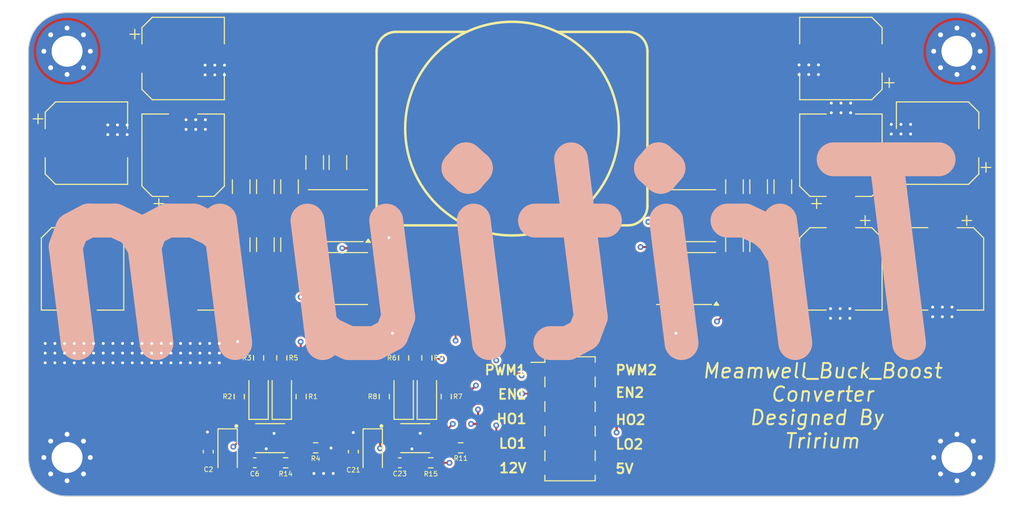
<source format=kicad_pcb>
(kicad_pcb (version 20240108) (generator "pcbnew") (generator_version "8.0")
  (layers (0 "F.Cu" power) (1 "In1.Cu" signal) (2 "In2.Cu" signal) (31 "B.Cu" power) (34 "B.Paste" user) (35 "F.Paste" user) (36 "B.SilkS" user "B.Silkscreen") (37 "F.SilkS" user "F.Silkscreen") (38 "B.Mask" user) (39 "F.Mask" user) (44 "Edge.Cuts" user))
  (net 0 "")
  (net 1 "GND")
  (net 2 "+12V")
  (net 3 "/HS1")
  (net 4 "Net-(D1-K)")
  (net 5 "/HS2")
  (net 6 "Net-(D6-K)")
  (net 7 "/LO1")
  (net 8 "Net-(D2-A)")
  (net 9 "Net-(D3-A)")
  (net 10 "/HO1")
  (net 11 "/EN1")
  (net 12 "Net-(D7-A)")
  (net 13 "/LO2")
  (net 14 "Net-(D8-A)")
  (net 15 "/HO2")
  (net 16 "/EN2")
  (net 17 "+5V")
  (net 18 "Net-(U1-RDT)")
  (net 20 "Net-(U2-RDT)")
  (net 23 "/PWM2")
  (net 24 "/PWM1")
  (net 25 "Net-(C6-Pad2)")
  (net 26 "Net-(C23-Pad2)")
  (net 27 "/V_in")
  (net 28 "/V_out")
  (net 29 "Net-(C13-Pad1)")
  (footprint "BuckBoost:D_SOD-123" (layer "F.Cu") (at 106.35 118.675 -90)
    (property "Reference" "D6" (hide yes))
    (property "Value" "B140-E3")
  )
  (footprint "Capacitor_SMD:C_1206_3216Metric" (layer "F.Cu") (at 100.35 88.775 -90)
    (property "Reference" "C13" (hide yes))
    (property "Value" "22uf")
  )
  (footprint "Capacitor_SMD:C_1206_3216Metric" (layer "F.Cu") (at 148.75 91.275 90)
    (property "Reference" "C28" (hide yes))
    (property "Value" "22uf")
  )
  (footprint "Capacitor_SMD:CP_Elec_8x10" (layer "F.Cu") (at 86.75 99.775 -90)
    (property "Reference" "C18" (hide yes))
    (property "Value" "100uf")
  )
  (footprint "Capacitor_SMD:C_0603_1608Metric" (layer "F.Cu") (at 104.35 118.675 90)
    (property "Reference" "C21")
    (property "Value" "2.2uf")
  )
  (footprint "Capacitor_SMD:C_1206_3216Metric" (layer "F.Cu") (at 143.75 97.275 -90)
    (property "Reference" "C27" (hide yes))
    (property "Value" "22uf")
  )
  (footprint "Capacitor_SMD:C_1206_3216Metric" (layer "F.Cu") (at 146.25 97.275 -90)
    (property "Reference" "C29" (hide yes))
    (property "Value" "22uf")
  )
  (footprint "Resistor_SMD:R_0603_1608Metric" (layer "F.Cu") (at 98.95 112.975 90)
    (property "Reference" "R1")
    (property "Value" "4.7")
  )
  (footprint "Capacitor_SMD:CP_Elec_8x10" (layer "F.Cu") (at 76.35 99.775 -90)
    (property "Reference" "C16" (hide yes))
    (property "Value" "100uf")
  )
  (footprint "Capacitor_SMD:C_1206_3216Metric" (layer "F.Cu") (at 95.25 91.275 90)
    (property "Reference" "C4" (hide yes))
    (property "Value" "22uf")
  )
  (footprint "Capacitor_SMD:C_0603_1608Metric" (layer "F.Cu") (at 94.15 119.825)
    (property "Reference" "C6")
    (property "Value" "10uf")
  )
  (footprint "Resistor_SMD:R_0603_1608Metric" (layer "F.Cu") (at 111.95 108.975 -90)
    (property "Reference" "R9")
    (property "Value" "10k")
  )
  (footprint "MountingHole:MountingHole_3.2mm_M3_Pad_Via" (layer "F.Cu") (at 74.75 119.275)
    (property "Reference" "H3" (hide yes))
    (property "Value" "MountingHole_Pad")
  )
  (footprint "Resistor_SMD:R_1206_3216Metric" (layer "F.Cu") (at 102.75 88.775 -90)
    (property "Reference" "R16" (hide yes))
    (property "Value" "4.7")
  )
  (footprint "Resistor_SMD:R_0603_1608Metric" (layer "F.Cu") (at 97.35 119.825 180)
    (property "Reference" "R14")
    (property "Value" "4.7R")
  )
  (footprint "Resistor_SMD:R_0603_1608Metric" (layer "F.Cu") (at 96.95 108.975 -90)
    (property "Reference" "R5")
    (property "Value" "10k")
  )
  (footprint "Resistor_SMD:R_0603_1608Metric" (layer "F.Cu") (at 112.35 119.825 180)
    (property "Reference" "R15")
    (property "Value" "4.7R")
  )
  (footprint "Capacitor_SMD:CP_Elec_8x10" (layer "F.Cu") (at 164.75 86.775 180)
    (property "Reference" "C39" (hide yes))
    (property "Value" "100uf")
  )
  (footprint "Capacitor_SMD:C_1206_3216Metric" (layer "F.Cu") (at 95.25 97.275 -90)
    (property "Reference" "C3" (hide yes))
    (property "Value" "22uf")
  )
  (footprint "Capacitor_SMD:C_0603_1608Metric" (layer "F.Cu") (at 89.35 118.675 90)
    (property "Reference" "C2")
    (property "Value" "2.2uf")
  )
  (footprint "MountingHole:MountingHole_3.2mm_M3_Pad_Via" (layer "F.Cu") (at 166.75 77.275)
    (property "Reference" "H4" (hide yes))
    (property "Value" "MountingHole_Pad")
  )
  (footprint "Capacitor_SMD:C_1206_3216Metric" (layer "F.Cu") (at 92.75 97.275 -90)
    (property "Reference" "C7" (hide yes))
    (property "Value" "22uf")
  )
  (footprint "Capacitor_SMD:C_1206_3216Metric" (layer "F.Cu") (at 92.75 91.275 90)
    (property "Reference" "C9" (hide yes))
    (property "Value" "22uf")
  )
  (footprint "BuckBoost:D_SOD-123" (layer "F.Cu") (at 111.95 112.975 90)
    (property "Reference" "D7" (hide yes))
    (property "Value" "B140-E3")
  )
  (footprint "Resistor_SMD:R_0603_1608Metric" (layer "F.Cu") (at 115.45 118.275 180)
    (property "Reference" "R11")
    (property "Value" "10k")
  )
  (footprint "Package_TO_SOT_SMD:TDSON-8-1" (layer "F.Cu") (at 138.75 94.275)
    (property "Reference" "Q3" (hide yes))
    (property "Value" "CSD18540Q5B")
  )
  (footprint "Capacitor_SMD:C_1206_3216Metric" (layer "F.Cu") (at 143.75 91.275 90)
    (property "Reference" "C34" (hide yes))
    (property "Value" "22uf")
  )
  (footprint "Capacitor_SMD:CP_Elec_8x10" (layer "F.Cu") (at 154.75 99.775 -90)
    (property "Reference" "C38" (hide yes))
    (property "Value" "100uf")
  )
  (footprint "MountingHole:MountingHole_3.2mm_M3_Pad_Via" (layer "F.Cu") (at 74.75 77.275)
    (property "Reference" "H1" (hide yes))
    (property "Value" "MountingHole_Pad")
  )
  (footprint "Resistor_SMD:R_0603_1608Metric" (layer "F.Cu") (at 109.55 108.975 -90)
    (property "Reference" "R6")
    (property "Value" "10k")
  )
  (footprint "Capacitor_SMD:CP_Elec_8x10" (layer "F.Cu") (at 86.75 78.025)
    (property "Reference" "C20" (hide yes))
    (property "Value" "100uf")
  )
  (footprint "Capacitor_SMD:CP_Elec_8x10" (layer "F.Cu") (at 154.75 88.025 90)
    (property "Reference" "C35" (hide yes))
    (property "Value" "100uf")
  )
  (footprint "Capacitor_SMD:CP_Elec_8x10" (layer "F.Cu") (at 165.25 99.775 -90)
    (property "Reference" "C36" (hide yes))
    (property "Value" "100uf")
  )
  (footprint "Connector_PinHeader_2.54mm:PinHeader_2x05_P2.54mm_Vertical_SMD" (layer "F.Cu") (at 126.75 115.275)
    (property "Reference" "J2" (hide yes))
    (property "Value" "Conn_02x05_Odd_Even")
  )
  (footprint "Resistor_SMD:R_0603_1608Metric" (layer "F.Cu") (at 107.55 112.975 90)
    (property "Reference" "R8")
    (property "Value" "4.7")
  )
  (footprint "Resistor_SMD:R_0603_1608Metric" (layer "F.Cu") (at 92.55 112.975 90)
    (property "Reference" "R2")
    (property "Value" "4.7")
  )
  (footprint "BuckBoost:D_SOD-123" (layer "F.Cu") (at 109.55 112.975 90)
    (property "Reference" "D8" (hide yes))
    (property "Value" "B140-E3")
  )
  (footprint "Capacitor_SMD:CP_Elec_8x10" (layer "F.Cu") (at 76.75 86.775)
    (property "Reference" "C17" (hide yes))
    (property "Value" "100uf")
  )
  (footprint "Capacitor_SMD:C_1206_3216Metric" (layer "F.Cu") (at 148.75 97.275 -90)
    (property "Reference" "C32" (hide yes))
    (property "Value" "22uf")
  )
  (footprint "Package_TO_SOT_SMD:TDSON-8-1" (layer "F.Cu") (at 102.75 100.775)
    (property "Reference" "Q2" (hide yes))
    (property "Value" "CSD18540Q5B")
  )
  (footprint "Resistor_SMD:R_0603_1608Metric" (layer "F.Cu") (at 94.55 108.975 -90)
    (property "Reference" "R3")
    (property "Value" "10k")
  )
  (footprint "Resistor_SMD:R_0603_1608Metric" (layer "F.Cu") (at 100.45 118.275 180)
    (property "Reference" "R4")
    (property "Value" "10k")
  )
  (footprint "Resistor_SMD:R_0603_1608Metric" (layer "F.Cu") (at 113.95 112.975 90)
    (property "Reference" "R7")
    (property "Value" "4.7")
  )
  (footprint "BuckBoost:D_SOD-123" (layer "F.Cu") (at 91.35 118.675 -90)
    (property "Reference" "D1" (hide yes))
    (property "Value" "B140-E3")
  )
  (footprint "MountingHole:MountingHole_3.2mm_M3_Pad_Via" (layer "F.Cu") (at 166.75 119.275)
    (property "Reference" "H2" (hide yes))
    (property "Value" "MountingHole_Pad")
  )
  (footprint "Capacitor_SMD:CP_Elec_8x10" (layer "F.Cu") (at 154.75 78.025 180)
    (property "Reference" "C40" (hide yes))
    (property "Value" "100uf")
  )
  (footprint "BuckBoost:SOP50P490X110-10N" (layer "F.Cu") (at 110.75 117.275)
    (property "Reference" "U2" (hide yes))
    (property "Value" "LM5106MM/NOPB")
  )
  (footprint "Capacitor_SMD:C_1206_3216Metric" (layer "F.Cu") (at 97.75 97.275 -90)
    (property "Reference" "C1" (hide yes))
    (property "Value" "22uf")
  )
  (footprint "Package_TO_SOT_SMD:TDSON-8-1" (layer "F.Cu") (at 102.75 94.275 180)
    (property "Reference" "Q1" (hide yes))
    (property "Value" "CSD18540Q5B")
  )
  (footprint "Capacitor_SMD:C_0603_1608Metric" (layer "F.Cu") (at 109.15 119.825)
    (property "Reference" "C23")
    (property "Value" "10uf")
  )
  (footprint "Capacitor_SMD:CP_Elec_8x10" (layer "F.Cu") (at 86.75 88.025 90)
    (property "Reference" "C15" (hide yes))
    (property "Value" "100uf")
  )
  (footprint "Capacitor_SMD:C_1206_3216Metric" (layer "F.Cu") (at 97.75 91.275 90)
    (property "Reference" "C8" (hide yes))
    (property "Value" "22uf")
  )
  (footprint "Capacitor_SMD:C_1206_3216Metric" (layer "F.Cu") (at 146.25 91.275 90)
    (property "Reference" "C33" (hide yes))
    (property "Value" "22uf")
  )
  (footprint "BuckBoost:SOP50P490X110-10N" (layer "F.Cu") (at 95.75 117.275)
    (property "Reference" "U1" (hide yes))
    (property "Value" "LM5106MM/NOPB")
  )
  (footprint "BuckBoost:D_SOD-123" (layer "F.Cu") (at 96.95 112.975 90)
    (property "Reference" "D2" (hide yes))
    (property "Value" "B140-E3")
  )
  (footprint "Package_TO_SOT_SMD:TDSON-8-1" (layer "F.Cu") (at 138.75 100.775 180)
    (property "Reference" "Q4" (hide yes))
    (property "Value" "CSD18540Q5B")
  )
  (footprint "BuckBoost:PQ2918" (layer "F.Cu") (at 120.75 85.275)
    (property "Reference" "L1" (hide yes))
    (property "Value" "47uH")
  )
  (footprint "BuckBoost:D_SOD-123" (layer "F.Cu") (at 94.55 112.975 90)
    (property "Reference" "D3" (hide yes))
    (property "Value" "B140-E3")
  )
  (gr_arc (start 170.75 119.275) (mid 169.578427 122.103427) (end 166.75 123.275) (stroke (width 0.1)) (layer "Edge.Cuts"))
  (gr_arc (start 70.75 77.275) (mid 71.921573 74.446573) (end 74.75 73.275) (stroke (width 0.1)) (layer "Edge.Cuts"))
  (gr_line (start 74.75 123.275) (end 166.75 123.275) (stroke (width 0.1)) (layer "Edge.Cuts"))
  (gr_line (start 166.75 73.275) (end 74.75 73.275) (stroke (width 0.11)) (layer "Edge.Cuts"))
  (gr_arc (start 166.75 73.275) (mid 169.578427 74.446573) (end 170.75 77.275) (stroke (width 0.1)) (layer "Edge.Cuts"))
  (gr_arc (start 74.75 123.275) (mid 71.921573 122.103427) (end 70.75 119.275) (stroke (width 0.1)) (layer "Edge.Cuts"))
  (gr_line (start 170.75 119.275) (end 170.75 77.275) (stroke (width 0.1)) (layer "Edge.Cuts"))
  (gr_line (start 70.75 77.275) (end 70.75 119.275) (stroke (width 0.1)) (layer "Edge.Cuts"))
  (gr_text "Tritium" (at 171.23 109.955 0) (layer "B.SilkS") (effects (font (size 19 19) (thickness 3.5) (bold yes) (italic yes)) (justify left bottom mirror)))
  (gr_text "LO2" (at 131.351905 118.505 0) (layer "F.SilkS") (effects (font (size 1 1) (thickness 0.2) (bold yes)) (justify left bottom)))
  (gr_text "PWM1" (at 117.81381 110.825 0) (layer "F.SilkS") (effects (font (size 1 1) (thickness 0.2) (bold yes)) (justify left bottom)))
  (gr_text "Meamwell_Buck_Boost\nConverter\nDesigned By \nTririum" (at 152.83 118.445 0) (layer "F.SilkS") (effects (font (size 1.5 1.5) (thickness 0.2) (bold yes) (italic yes)) (justify bottom)))
  (gr_text "EN1" (at 119.187143 113.335 0) (layer "F.SilkS") (effects (font (size 1 1) (thickness 0.2) (bold yes)) (justify left bottom)))
  (gr_text "5V\n" (at 131.351905 121.025 0) (layer "F.SilkS") (effects (font (size 1 1) (thickness 0.2) (bold yes)) (justify left bottom)))
  (gr_text "HO1" (at 119.044286 115.875 0) (layer "F.SilkS") (effects (font (size 1 1) (thickness 0.2) (bold yes)) (justify left bottom)))
  (gr_text "12V" (at 119.33 120.955 0) (layer "F.SilkS") (effects (font (size 1 1) (thickness 0.2) (bold yes)) (justify left bottom)))
  (gr_text "HO2\n" (at 131.351905 115.965 0) (layer "F.SilkS") (effects (font (size 1 1) (thickness 0.2) (bold yes)) (justify left bottom)))
  (gr_text "LO1" (at 119.282381 118.415 0) (layer "F.SilkS") (effects (font (size 1 1) (thickness 0.2) (bold yes)) (justify left bottom)))
  (gr_text "PWM2\n" (at 131.351905 110.825 0) (layer "F.SilkS") (effects (font (size 1 1) (thickness 0.2) (bold yes)) (justify left bottom)))
  (gr_text "EN2" (at 131.351905 113.155 0) (layer "F.SilkS") (effects (font (size 1 1) (thickness 0.2) (bold yes)) (justify left bottom)))
  (segment (start 112.9 116.775) (end 111.26 116.775) (width 0.2) (layer "F.Cu") (net 1))
  (via (at 85.49 107.485) (size 0.6) (drill 0.3) (layers "F.Cu" "B.Cu") (net 1))
  (via (at 161.96 84.835) (size 0.6) (drill 0.3) (layers "F.Cu" "B.Cu") (net 1))
  (via (at 89.02 78.715) (size 0.6) (drill 0.3) (layers "F.Cu" "B.Cu") (net 1))
  (via (at 80.96 84.895) (size 0.6) (drill 0.3) (layers "F.Cu" "B.Cu") (net 1))
  (via (at 89.05 84.355) (size 0.6) (drill 0.3) (layers "F.Cu" "B.Cu") (net 1))
  (via (at 150.43 79.685) (size 0.6) (drill 0.3) (layers "F.Cu" "B.Cu") (net 1))
  (via (at 89.02 79.715) (size 0.6) (drill 0.3) (layers "F.Cu" "B.Cu") (net 1))
  (via (at 89.26 116.645) (size 0.6) (drill 0.3) (layers "F.Cu" "B.Cu") (net 1))
  (via (at 155.68 103.885) (size 0.6) (drill 0.3) (layers "F.Cu" "B.Cu") (net 1))
  (via (at 87.49 108.485) (size 0.6) (drill 0.3) (layers "F.Cu" "B.Cu") (net 1))
  (via (at 166.24 104.725) (size 0.6) (drill 0.3) (layers "F.Cu" "B.Cu") (net 1))
  (via (at 76.49 107.485) (size 0.6) (drill 0.3) (layers "F.Cu" "B.Cu") (net 1))
  (via (at 104.34 116.695) (size 0.6) (drill 0.3) (layers "F.Cu" "B.Cu") (net 1))
  (via (at 83.49 108.485) (size 0.6) (drill 0.3) (layers "F.Cu" "B.Cu") (net 1))
  (via (at 78.49 109.485) (size 0.6) (drill 0.3) (layers "F.Cu" "B.Cu") (net 1))
  (via (at 152.43 78.685) (size 0.6) (drill 0.3) (layers "F.Cu" "B.Cu") (net 1))
  (via (at 72.49 108.485) (size 0.6) (drill 0.3) (layers "F.Cu" "B.Cu") (net 1))
  (via (at 88.05 85.355) (size 0.6) (drill 0.3) (layers "F.Cu" "B.Cu") (net 1))
  (via (at 73.49 108.485) (size 0.6) (drill 0.3) (layers "F.Cu" "B.Cu") (net 1))
  (via (at 89.05 85.355) (size 0.6) (drill 0.3) (layers "F.Cu" "B.Cu") (net 1))
  (via (at 154.68 103.885) (size 0.6) (drill 0.3) (layers "F.Cu" "B.Cu") (net 1))
  (via (at 91.02 78.715) (size 0.6) (drill 0.3) (layers "F.Cu" "B.Cu") (net 1))
  (via (at 79.49 109.485) (size 0.6) (drill 0.3) (layers "F.Cu" "B.Cu") (net 1))
  (via (at 86.49 107.485) (size 0.6) (drill 0.3) (layers "F.Cu" "B.Cu") (net 1))
  (via (at 87.05 85.355) (size 0.6) (drill 0.3) (layers "F.Cu" "B.Cu") (net 1))
  (via (at 80.96 85.895) (size 0.6) (drill 0.3) (layers "F.Cu" "B.Cu") (net 1))
  (via (at 78.49 107.485) (size 0.6) (drill 0.3) (layers "F.Cu" "B.Cu") (net 1))
  (via (at 90.02 78.715) (size 0.6) (drill 0.3) (layers "F.Cu" "B.Cu") (net 1))
  (via (at 165.24 103.725) (size 0.6) (drill 0.3) (layers "F.Cu" "B.Cu") (net 1))
  (via (at 75.49 109.485) (size 0.6) (drill 0.3) (layers "F.Cu" "B.Cu") (net 1))
  (via (at 150.43 78.685) (size 0.6) (drill 0.3) (layers "F.Cu" "B.Cu") (net 1))
  (via (at 154.68 104.885) (size 0.6) (drill 0.3) (layers "F.Cu" "B.Cu") (net 1))
  (via (at 164.24 103.725) (size 0.6) (drill 0.3) (layers "F.Cu" "B.Cu") (net 1))
  (via (at 82.49 109.485) (size 0.6) (drill 0.3) (layers "F.Cu" "B.Cu") (net 1))
  (via (at 80.49 109.485) (size 0.6) (drill 0.3) (layers "F.Cu" "B.Cu") (net 1))
  (via (at 73.49 107.485) (size 0.6) (drill 0.3) (layers "F.Cu" "B.Cu") (net 1))
  (via (at 111.26 116.775) (size 0.6) (drill 0.3) (layers "F.Cu" "B.Cu") (net 1))
  (via (at 102.27 120.925) (size 0.6) (drill 0.3) (layers "F.Cu" "B.Cu") (net 1))
  (via (at 79.49 107.485) (size 0.6) (drill 0.3) (layers "F.Cu" "B.Cu") (net 1))
  (via (at 165.24 104.725) (size 0.6) (drill 0.3) (layers "F.Cu" "B.Cu") (net 1))
  (via (at 86.49 108.485) (size 0.6) (drill 0.3) (layers "F.Cu" "B.Cu") (net 1))
  (via (at 88.49 107.485) (size 0.6) (drill 0.3) (layers "F.Cu" "B.Cu") (net 1))
  (via (at 75.49 108.485) (size 0.6) (drill 0.3) (layers "F.Cu" "B.Cu") (net 1))
  (via (at 75.49 107.485) (size 0.6) (drill 0.3) (layers "F.Cu" "B.Cu") (net 1))
  (via (at 89.49 108.485) (size 0.6) (drill 0.3) (layers "F.Cu" "B.Cu") (net 1))
  (via (at 74.49 108.485) (size 0.6) (drill 0.3) (layers "F.Cu" "B.Cu") (net 1))
  (via (at 152.43 79.685) (size 0.6) (drill 0.3) (layers "F.Cu" "B.Cu") (net 1))
  (via (at 83.49 107.485) (size 0.6) (drill 0.3) (layers "F.Cu" "B.Cu") (net 1))
  (via (at 85.49 108.485) (size 0.6) (drill 0.3) (layers "F.Cu" "B.Cu") (net 1))
  (via (at 87.49 109.485) (size 0.6) (drill 0.3) (layers "F.Cu" "B.Cu") (net 1))
  (via (at 77.49 108.485) (size 0.6) (drill 0.3) (layers "F.Cu" "B.Cu") (net 1))
  (via (at 82.49 107.485) (size 0.6) (drill 0.3) (layers "F.Cu" "B.Cu") (net 1))
  (via (at 76.49 108.485) (size 0.6) (drill 0.3) (layers "F.Cu" "B.Cu") (net 1))
  (via (at 80.49 108.485) (size 0.6) (drill 0.3) (layers "F.Cu" "B.Cu") (net 1))
  (via (at 78.96 84.895) (size 0.6) (drill 0.3) (layers "F.Cu" "B.Cu") (net 1))
  (via (at 155.68 104.885) (size 0.6) (drill 0.3) (layers "F.Cu" "B.Cu") (net 1))
  (via (at 90.49 107.485) (size 0.6) (drill 0.3) (layers "F.Cu" "B.Cu") (net 1))
  (via (at 84.49 107.485) (size 0.6) (drill 0.3) (layers "F.Cu" "B.Cu") (net 1))
  (via (at 96.15 116.785) (size 0.6) (drill 0.3) (layers "F.Cu" "B.Cu") (net 1))
  (via (at 153.76 83.635) (size 0.6) (drill 0.3) (layers "F.Cu" "B.Cu") (net 1))
  (via (at 153.68 104.885) (size 0.6) (drill 0.3) (layers "F.Cu" "B.Cu") (net 1))
  (via (at 154.76 82.635) (size 0.6) (drill 0.3) (layers "F.Cu" "B.Cu") (net 1))
  (via (at 159.96 85.835) (size 0.6) (drill 0.3) (layers "F.Cu" "B.Cu") (net 1))
  (via (at 83.49 109.485) (size 0.6) (drill 0.3) (layers "F.Cu" "B.Cu") (net 1))
  (via (at 79.96 85.895) (size 0.6) (drill 0.3) (layers "F.Cu" "B.Cu") (net 1))
  (via (at 101.27 120.925) (size 0.6) (drill 0.3) (layers "F.Cu" "B.Cu") (net 1))
  (via (at 84.49 108.485) (size 0.6) (drill 0.3) (layers "F.Cu" "B.Cu") (net 1))
  (via (at 72.49 109.485) (size 0.6) (drill 0.3) (layers "F.Cu" "B.Cu") (net 1))
  (via (at 160.96 85.835) (size 0.6) (drill 0.3) (layers "F.Cu" "B.Cu") (net 1))
  (via (at 100.27 120.925) (size 0.6) (drill 0.3) (layers "F.Cu" "B.Cu") (net 1))
  (via (at 74.49 107.485) (size 0.6) (drill 0.3) (layers "F.Cu" "B.Cu") (net 1))
  (via (at 90.02 79.715) (size 0.6) (drill 0.3) (layers "F.Cu" "B.Cu") (net 1))
  (via (at 77.49 109.485) (size 0.6) (drill 0.3) (layers "F.Cu" "B.Cu") (net 1))
  (via (at 72.49 107.485) (size 0.6) (drill 0.3) (layers "F.Cu" "B.Cu") (net 1))
  (via (at 81.49 109.485) (size 0.6) (drill 0.3) (layers "F.Cu" "B.Cu") (net 1))
  (via (at 86.49 109.485) (size 0.6) (drill 0.3) (layers "F.Cu" "B.Cu") (net 1))
  (via (at 77.49 107.485) (size 0.6) (drill 0.3) (layers "F.Cu" "B.Cu") (net 1))
  (via (at 155.76 83.635) (size 0.6) (drill 0.3) (layers "F.Cu" "B.Cu") (net 1))
  (via (at 164.24 104.725) (size 0.6) (drill 0.3) (layers "F.Cu" "B.Cu") (net 1))
  (via (at 91.02 79.715) (size 0.6) (drill 0.3) (layers "F.Cu" "B.Cu") (net 1))
  (via (at 84.49 109.485) (size 0.6) (drill 0.3) (layers "F.Cu" "B.Cu") (net 1))
  (via (at 90.49 108.485) (size 0.6) (drill 0.3) (layers "F.Cu" "B.Cu") (net 1))
  (via (at 79.96 84.895) (size 0.6) (drill 0.3) (layers "F.Cu" "B.Cu") (net 1))
  (via (at 76.49 109.485) (size 0.6) (drill 0.3) (layers "F.Cu" "B.Cu") (net 1))
  (via (at 153.68 103.885) (size 0.6) (drill 0.3) (layers "F.Cu" "B.Cu") (net 1))
  (via (at 73.49 109.485) (size 0.6) (drill 0.3) (layers "F.Cu" "B.Cu") (net 1))
  (via (at 79.49 108.485) (size 0.6) (drill 0.3) (layers "F.Cu" "B.Cu") (net 1))
  (via (at 78.96 85.895) (size 0.6) (drill 0.3) (layers "F.Cu" "B.Cu") (net 1))
  (via (at 151.43 79.685) (size 0.6) (drill 0.3) (layers "F.Cu" "B.Cu") (net 1))
  (via (at 153.76 82.635) (size 0.6) (drill 0.3) (layers "F.Cu" "B.Cu") (net 1))
  (via (at 89.49 107.485) (size 0.6) (drill 0.3) (layers "F.Cu" "B.Cu") (net 1))
  (via (at 85.49 109.485) (size 0.6) (drill 0.3) (layers "F.Cu" "B.Cu") (net 1))
  (via (at 78.49 108.485) (size 0.6) (drill 0.3) (layers "F.Cu" "B.Cu") (net 1))
  (via (at 155.76 82.635) (size 0.6) (drill 0.3) (layers "F.Cu" "B.Cu") (net 1))
  (via (at 95.34 118.375) (size 0.6) (drill 0.3) (layers "F.Cu" "B.Cu") (net 1))
  (via (at 154.76 83.635) (size 0.6) (drill 0.3) (layers "F.Cu" "B.Cu") (net 1))
  (via (at 151.43 78.685) (size 0.6) (drill 0.3) (layers "F.Cu" "B.Cu") (net 1))
  (via (at 88.05 84.355) (size 0.6) (drill 0.3) (layers "F.Cu" "B.Cu") (net 1))
  (via (at 159.96 84.835) (size 0.6) (drill 0.3) (layers "F.Cu" "B.Cu") (net 1))
  (via (at 166.24 103.725) (size 0.6) (drill 0.3) (layers "F.Cu" "B.Cu") (net 1))
  (via (at 88.49 109.485) (size 0.6) (drill 0.3) (layers "F.Cu" "B.Cu") (net 1))
  (via (at 88.49 108.485) (size 0.6) (drill 0.3) (layers "F.Cu" "B.Cu") (net 1))
  (via (at 81.49 107.485) (size 0.6) (drill 0.3) (layers "F.Cu" "B.Cu") (net 1))
  (via (at 81.49 108.485) (size 0.6) (drill 0.3) (layers "F.Cu" "B.Cu") (net 1))
  (via (at 160.96 84.835) (size 0.6) (drill 0.3) (layers "F.Cu" "B.Cu") (net 1))
  (via (at 87.05 84.355) (size 0.6) (drill 0.3) (layers "F.Cu" "B.Cu") (net 1))
  (via (at 102.04 118.295) (size 0.6) (drill 0.3) (layers "F.Cu" "B.Cu") (net 1))
  (via (at 82.49 108.485) (size 0.6) (drill 0.3) (layers "F.Cu" "B.Cu") (net 1))
  (via (at 90.49 109.485) (size 0.6) (drill 0.3) (layers "F.Cu" "B.Cu") (net 1))
  (via (at 89.49 109.485) (size 0.6) (drill 0.3) (layers "F.Cu" "B.Cu") (net 1))
  (via (at 87.49 107.485) (size 0.6) (drill 0.3) (layers "F.Cu" "B.Cu") (net 1))
  (via (at 80.49 107.485) (size 0.6) (drill 0.3) (layers "F.Cu" "B.Cu") (net 1))
  (via (at 110.4 118.385) (size 0.6) (drill 0.3) (layers "F.Cu" "B.Cu") (net 1))
  (via (at 161.96 85.835) (size 0.6) (drill 0.3) (layers "F.Cu" "B.Cu") (net 1))
  (via (at 74.49 109.485) (size 0.6) (drill 0.3) (layers "F.Cu" "B.Cu") (net 1))
  (segment (start 88.94 115.625) (end 88.16 116.405) (width 0.2) (layer "F.Cu") (net 2))
  (segment (start 88.16 119.055) (end 88.555 119.45) (width 0.2) (layer "F.Cu") (net 2))
  (segment (start 107.89 115.565) (end 103.77 115.565) (width 0.2) (layer "F.Cu") (net 2))
  (segment (start 93.6 116.275) (end 92.95 115.625) (width 0.2) (layer "F.Cu") (net 2))
  (segment (start 103.25 116.085) (end 103.25 119.105) (width 0.2) (layer "F.Cu") (net 2))
  (segment (start 108.6 116.275) (end 107.89 115.565) (width 0.2) (layer "F.Cu") (net 2))
  (segment (start 103.595 119.45) (end 104.35 119.45) (width 0.2) (layer "F.Cu") (net 2))
  (segment (start 106.35 121.485) (end 106.35 120.325) (width 0.5) (layer "F.Cu") (net 2))
  (segment (start 106.89 122.025) (end 123.65 122.025) (width 0.5) (layer "F.Cu") (net 2))
  (segment (start 91.65 122.025) (end 91.35 121.725) (width 0.5) (layer "F.Cu") (net 2))
  (segment (start 91.35 119.735) (end 91.35 120.325) (width 0.2) (layer "F.Cu") (net 2))
  (segment (start 88.16 116.405) (end 88.16 119.055) (width 0.2) (layer "F.Cu") (net 2))
  (segment (start 106.89 122.025) (end 106.3 122.025) (width 0.5) (layer "F.Cu") (net 2))
  (segment (start 89.35 119.45) (end 91.065 119.45) (width 0.2) (layer "F.Cu") (net 2))
  (segment (start 123.65 122.025) (end 124.225 121.45) (width 0.5) (layer "F.Cu") (net 2))
  (segment (start 106.35 121.975) (end 106.35 121.485) (width 0.5) (layer "F.Cu") (net 2))
  (segment (start 103.25 119.105) (end 103.595 119.45) (width 0.2) (layer "F.Cu") (net 2))
  (segment (start 92.95 115.625) (end 88.94 115.625) (width 0.2) (layer "F.Cu") (net 2))
  (segment (start 106.35 121.485) (end 106.89 122.025) (width 0.5) (layer "F.Cu") (net 2))
  (segment (start 88.555 119.45) (end 89.35 119.45) (width 0.2) (layer "F.Cu") (net 2))
  (segment (start 106.35 119.635) (end 106.35 120.325) (width 0.2) (layer "F.Cu") (net 2))
  (segment (start 91.35 121.725) (end 91.35 120.325) (width 0.5) (layer "F.Cu") (net 2))
  (segment (start 106.3 122.025) (end 106.35 121.975) (width 0.5) (layer "F.Cu") (net 2))
  (segment (start 106.3 122.025) (end 105.81 122.025) (width 0.5) (layer "F.Cu") (net 2))
  (segment (start 106.165 119.45) (end 106.35 119.635) (width 0.2) (layer "F.Cu") (net 2))
  (segment (start 103.77 115.565) (end 103.25 116.085) (width 0.2) (layer "F.Cu") (net 2))
  (segment (start 104.35 119.45) (end 106.165 119.45) (width 0.2) (layer "F.Cu") (net 2))
  (segment (start 105.81 122.025) (end 91.65 122.025) (width 0.5) (layer "F.Cu") (net 2))
  (segment (start 106.35 121.485) (end 105.81 122.025) (width 0.5) (layer "F.Cu") (net 2))
  (segment (start 91.065 119.45) (end 91.35 119.735) (width 0.2) (layer "F.Cu") (net 2))
  (segment (start 124.225 121.45) (end 124.225 120.355) (width 0.5) (layer "F.Cu") (net 2))
  (segment (start 107.655 96.18) (end 105.65 96.18) (width 0.25) (layer "F.Cu") (net 3))
  (segment (start 103.947058 106.435) (end 103.36 107.022058) (width 0.2) (layer "F.Cu") (net 3))
  (segment (start 106.4 90.615) (end 106.0225 90.2375) (width 0.25) (layer "F.Cu") (net 3))
  (segment (start 95.85 117.775) (end 93.6 117.775) (width 0.2) (layer "F.Cu") (net 3))
  (segment (start 94.55 105.015) (end 94.98 104.585) (width 0.25) (layer "F.Cu") (net 3))
  (segment (start 97.9 119.825) (end 95.85 117.775) (width 0.2) (layer "F.Cu") (net 3))
  (segment (start 107.02 104.025) (end 107.02 97.735) (width 0.25) (layer "F.Cu") (net 3))
  (segment (start 108.02 96.545) (end 107.655 96.18) (width 0.25) (layer "F.Cu") (net 3))
  (segment (start 107.02 97.735) (end 106.82 97.535) (width 0.25) (layer "F.Cu") (net 3))
  (segment (start 106.46 104.585) (end 107.02 104.025) (width 0.25) (layer "F.Cu") (net 3))
  (segment (start 102.02 119.825) (end 98.175 119.825) (width 0.2) (layer "F.Cu") (net 3))
  (segment (start 103.36 107.022058) (end 103.36 113.918037) (width 0.2) (layer "F.Cu") (net 3))
  (segment (start 106.4 92.875) (end 106.4 90.615) (width 0.25) (layer "F.Cu") (net 3))
  (segment (start 102.77 119.075) (end 102.02 119.825) (width 0.2) (layer "F.Cu") (net 3))
  (segment (start 105.65 93.64) (end 105.65 93.625) (width 0.25) (layer "F.Cu") (net 3))
  (segment (start 103.36 113.918037) (end 102.77 114.508037) (width 0.2) (layer "F.Cu") (net 3))
  (segment (start 106.0225 90.2375) (end 102.75 90.2375) (width 0.25) (layer "F.Cu") (net 3))
  (segment (start 102.77 114.508037) (end 102.77 119.075) (width 0.2) (layer "F.Cu") (net 3))
  (segment (start 94.98 104.585) (end 106.46 104.585) (width 0.25) (layer "F.Cu") (net 3))
  (segment (start 105.81 97.535) (end 105.65 97.375) (width 0.25) (layer "F.Cu") (net 3))
  (segment (start 108.4 106.425) (end 108.39 106.435) (width 0.2) (layer "F.Cu") (net 3))
  (segment (start 94.55 108.15) (end 94.55 105.015) (width 0.25) (layer "F.Cu") (net 3))
  (segment (start 106.82 97.535) (end 105.81 97.535) (width 0.25) (layer "F.Cu") (net 3))
  (segment (start 105.65 97.375) (end 105.65 96.18) (width 0.25) (layer "F.Cu") (net 3))
  (segment (start 105.65 93.625) (end 106.4 92.875) (width 0.25) (layer "F.Cu") (net 3))
  (segment (start 98.175 119.825) (end 97.9 119.825) (width 0.2) (layer "F.Cu") (net 3))
  (segment (start 108.39 106.435) (end 103.947058 106.435) (width 0.2) (layer "F.Cu") (net 3))
  (via (at 108.02 96.545) (size 0.6) (drill 0.3) (layers "F.Cu" "B.Cu") (net 3))
  (via (at 108.4 106.425) (size 0.6) (drill 0.3) (layers "F.Cu" "B.Cu") (net 3))
  (segment (start 91.6 116.775) (end 91.35 117.025) (width 0.2) (layer "F.Cu") (net 4))
  (segment (start 90.8 118.425) (end 90.8 117.575) (width 0.2) (layer "F.Cu") (net 4))
  (segment (start 93.375 119.825) (end 92.2 119.825) (width 0.2) (layer "F.Cu") (net 4))
  (segment (start 92.2 119.825) (end 90.8 118.425) (width 0.2) (layer "F.Cu") (net 4))
  (segment (start 93.6 116.775) (end 91.6 116.775) (width 0.2) (layer "F.Cu") (net 4))
  (segment (start 90.8 117.575) (end 91.35 117.025) (width 0.2) (layer "F.Cu") (net 4))
  (segment (start 138.25 106.435) (end 138.39 106.295) (width 0.2) (layer "F.Cu") (net 5))
  (segment (start 109.55 106.605) (end 109.55 108.15) (width 0.2) (layer "F.Cu") (net 5))
  (segment (start 138.39 106.295) (end 138.39 101.465) (width 0.2) (layer "F.Cu") (net 5))
  (segment (start 114.28 119.825) (end 113.175 119.825) (width 0.2) (layer "F.Cu") (net 5))
  (segment (start 137.7 106.435) (end 138.25 106.435) (width 0.2) (layer "F.Cu") (net 5))
  (segment (start 109.93 106.225) (end 109.55 106.605) (width 0.2) (layer "F.Cu") (net 5))
  (segment (start 114.92 106.545) (end 114.6 106.225) (width 0.2) (layer "F.Cu") (net 5))
  (segment (start 114.6 106.225) (end 109.93 106.225) (width 0.2) (layer "F.Cu") (net 5))
  (segment (start 113.14 119.825) (end 111.09 117.775) (width 0.2) (layer "F.Cu") (net 5))
  (segment (start 114.92 107.195) (end 114.92 106.545) (width 0.2) (layer "F.Cu") (net 5))
  (segment (start 134.84 94.91) (end 135.85 94.91) (width 0.2) (layer "F.Cu") (net 5))
  (segment (start 111.09 117.775) (end 108.6 117.775) (width 0.2) (layer "F.Cu") (net 5))
  (segment (start 113.175 119.825) (end 113.14 119.825) (width 0.2) (layer "F.Cu") (net 5))
  (segment (start 138.39 101.465) (end 137.7 100.775) (width 0.2) (layer "F.Cu") (net 5))
  (via (at 114.92 107.195) (size 0.6) (drill 0.3) (layers "F.Cu" "B.Cu") (net 5))
  (via (at 134.84 94.91) (size 0.6) (drill 0.3) (layers "F.Cu" "B.Cu") (net 5))
  (via (at 114.28 119.825) (size 0.6) (drill 0.3) (layers "F.Cu" "B.Cu") (net 5))
  (via (at 137.7 106.435) (size 0.6) (drill 0.3) (layers "F.Cu" "B.Cu") (net 5))
  (segment (start 107.23 119.825) (end 108.375 119.825) (width 0.2) (layer "F.Cu") (net 6))
  (segment (start 106.35 117.025) (end 105.93 117.445) (width 0.2) (layer "F.Cu") (net 6))
  (segment (start 108.6 116.775) (end 106.6 116.775) (width 0.2) (layer "F.Cu") (net 6))
  (segment (start 105.93 117.445) (end 105.93 118.525) (width 0.2) (layer "F.Cu") (net 6))
  (segment (start 105.93 118.525) (end 107.23 119.825) (width 0.2) (layer "F.Cu") (net 6))
  (segment (start 106.6 116.775) (end 106.35 117.025) (width 0.2) (layer "F.Cu") (net 6))
  (segment (start 96.95 116.045) (end 96.95 114.625) (width 0.2) (layer "F.Cu") (net 7))
  (segment (start 119.12 109.235) (end 119.12 107.905) (width 0.2) (layer "F.Cu") (net 7))
  (segment (start 102.16 113.42098) (end 101.57 114.01098) (width 0.2) (layer "F.Cu") (net 7))
  (segment (start 102.16 106.525) (end 102.16 113.42098) (width 0.2) (layer "F.Cu") (net 7))
  (segment (start 101.35 116.275) (end 97.9 116.275) (width 0.2) (layer "F.Cu") (net 7))
  (segment (start 119.12 117.115) (end 119.82 117.815) (width 0.2) (layer "F.Cu") (net 7))
  (segment (start 97.775 113.8) (end 96.95 114.625) (width 0.2) (layer "F.Cu") (net 7))
  (segment (start 119.12 107.905) (end 116.24 105.025) (width 0.2) (layer "F.Cu") (net 7))
  (segment (start 119.12 115.955) (end 119.12 117.115) (width 0.2) (layer "F.Cu") (net 7))
  (segment (start 97.9 116.275) (end 97.18 116.275) (width 0.2) (layer "F.Cu") (net 7))
  (segment (start 119.82 117.815) (end 124.225 117.815) (width 0.2) (layer "F.Cu") (net 7))
  (segment (start 98.95 113.8) (end 97.775 113.8) (width 0.2) (layer "F.Cu") (net 7))
  (segment (start 101.57 116.055) (end 101.35 116.275) (width 0.2) (layer "F.Cu") (net 7))
  (segment (start 116.24 105.025) (end 103.66 105.025) (width 0.2) (layer "F.Cu") (net 7))
  (segment (start 97.18 116.275) (end 96.95 116.045) (width 0.2) (layer "F.Cu") (net 7))
  (segment (start 101.57 114.01098) (end 101.57 116.055) (width 0.2) (layer "F.Cu") (net 7))
  (segment (start 103.66 105.025) (end 102.16 106.525) (width 0.2) (layer "F.Cu") (net 7))
  (via (at 119.12 109.235) (size 0.6) (drill 0.3) (layers "F.Cu" "B.Cu") (net 7))
  (via (at 119.12 115.955) (size 0.6) (drill 0.3) (layers "F.Cu" "B.Cu") (net 7))
  (segment (start 98.9 107.305) (end 98.9 109.455) (width 0.2) (layer "F.Cu") (net 8))
  (segment (start 98.9 102.68) (end 99.85 102.68) (width 0.2) (layer "F.Cu") (net 8))
  (segment (start 98.95 112.15) (end 97.775 112.15) (width 0.2) (layer "F.Cu") (net 8))
  (segment (start 96.94 111.315) (end 96.95 111.325) (width 0.2) (layer "F.Cu") (net 8))
  (segment (start 98.555 109.8) (end 96.95 109.8) (width 0.2) (layer "F.Cu") (net 8))
  (segment (start 97.775 112.15) (end 96.95 111.325) (width 0.2) (layer "F.Cu") (net 8))
  (segment (start 98.9 109.455) (end 98.555 109.8) (width 0.2) (layer "F.Cu") (net 8))
  (segment (start 96.95 109.8) (end 96.95 111.325) (width 0.25) (layer "F.Cu") (net 8))
  (via (at 98.9 102.68) (size 0.6) (drill 0.3) (layers "F.Cu" "B.Cu") (net 8))
  (via (at 98.9 107.305) (size 0.6) (drill 0.3) (layers "F.Cu" "B.Cu") (net 8))
  (segment (start 104.48 97.265) (end 104.48 92.935) (width 0.25) (layer "F.Cu") (net 9))
  (segment (start 92.55 112.15) (end 93.725 112.15) (width 0.2) (layer "F.Cu") (net 9))
  (segment (start 92.39 109.385) (end 92.805 109.8) (width 0.2) (layer "F.Cu") (net 9))
  (segment (start 105.045 92.37) (end 105.65 92.37) (width 0.25) (layer "F.Cu") (net 9))
  (segment (start 93.725 112.15) (end 94.55 111.325) (width 0.2) (layer "F.Cu") (net 9))
  (segment (start 103.2 97.645) (end 104.1 97.645) (width 0.25) (layer "F.Cu") (net 9))
  (segment (start 92.805 109.8) (end 94.55 109.8) (width 0.2) (layer "F.Cu") (net 9))
  (segment (start 104.1 97.645) (end 104.48 97.265) (width 0.25) (layer "F.Cu") (net 9))
  (segment (start 94.55 109.8) (end 94.55 111.325) (width 0.2) (layer "F.Cu") (net 9))
  (segment (start 104.48 92.935) (end 105.045 92.37) (width 0.25) (layer "F.Cu") (net 9))
  (segment (start 92.39 107.295) (end 92.39 109.385) (width 0.2) (layer "F.Cu") (net 9))
  (via (at 92.39 107.295) (size 0.6) (drill 0.3) (layers "F.Cu" "B.Cu") (net 9))
  (via (at 103.2 97.645) (size 0.6) (drill 0.3) (layers "F.Cu" "B.Cu") (net 9))
  (segment (start 93.725 113.8) (end 94.55 114.625) (width 0.2) (layer "F.Cu") (net 10))
  (segment (start 117.237108 114.312108) (end 117.237108 114.992108) (width 0.2) (layer "F.Cu") (net 10))
  (segment (start 117.52 115.275) (end 124.225 115.275) (width 0.2) (layer "F.Cu") (net 10))
  (segment (start 92.55 113.8) (end 93.725 113.8) (width 0.2) (layer "F.Cu") (net 10))
  (segment (start 91.935134 118.160134) (end 92.820268 117.275) (width 0.2) (layer "F.Cu") (net 10))
  (segment (start 93.6 117.275) (end 94.379732 117.275) (width 0.2) (layer "F.Cu") (net 10))
  (segment (start 95.05 116.604732) (end 95.05 115.125) (width 0.2) (layer "F.Cu") (net 10))
  (segment (start 94.379732 117.275) (end 95.05 116.604732) (width 0.2) (layer "F.Cu") (net 10))
  (segment (start 92.820268 117.275) (end 93.6 117.275) (width 0.2) (layer "F.Cu") (net 10))
  (segment (start 95.05 115.125) (end 94.55 114.625) (width 0.2) (layer "F.Cu") (net 10))
  (segment (start 117.237108 114.992108) (end 117.52 115.275) (width 0.2) (layer "F.Cu") (net 10))
  (via (at 117.237108 114.312108) (size 0.6) (drill 0.3) (layers "F.Cu" "B.Cu") (net 10))
  (via (at 91.935134 118.160134) (size 0.6) (drill 0.3) (layers "F.Cu" "B.Cu") (net 10))
  (segment (start 124.165 112.675) (end 124.225 112.735) (width 0.2) (layer "F.Cu") (net 11))
  (segment (start 102.96 106.856372) (end 102.96 113.752352) (width 0.2) (layer "F.Cu") (net 11))
  (segment (start 119.065785 110.595) (end 118.12 109.649215) (width 0.2) (layer "F.Cu") (net 11))
  (segment (start 102.37 114.342351) (end 102.37 116.755) (width 0.2) (layer "F.Cu") (net 11))
  (segment (start 103.991372 105.825) (end 102.96 106.856372) (width 0.2) (layer "F.Cu") (net 11))
  (segment (start 102.96 113.752352) (end 102.725685 113.986666) (width 0.2) (layer "F.Cu") (net 11))
  (segment (start 121.55 110.595) (end 119.065785 110.595) (width 0.2) (layer "F.Cu") (net 11))
  (segment (start 102.37 116.755) (end 101.94 117.185) (width 0.2) (layer "F.Cu") (net 11))
  (segment (start 121.8 112.675) (end 124.165 112.675) (width 0.2) (layer "F.Cu") (net 11))
  (segment (start 115.908628 105.825) (end 103.991372 105.825) (width 0.2) (layer "F.Cu") (net 11))
  (segment (start 101.94 117.185) (end 99.527352 117.185) (width 0.2) (layer "F.Cu") (net 11))
  (segment (start 118.12 108.036372) (end 115.908628 105.825) (width 0.2) (layer "F.Cu") (net 11))
  (segment (start 102.725685 113.986666) (end 102.37 114.342351) (width 0.2) (layer "F.Cu") (net 11))
  (segment (start 99.527352 117.185) (end 98.937352 117.775) (width 0.2) (layer "F.Cu") (net 11))
  (segment (start 118.12 109.649215) (end 118.12 108.036372) (width 0.2) (layer "F.Cu") (net 11))
  (segment (start 98.937352 117.775) (end 97.9 117.775) (width 0.2) (layer "F.Cu") (net 11))
  (segment (start 121.75 110.795) (end 121.55 110.595) (width 0.2) (layer "F.Cu") (net 11))
  (via (at 121.8 112.675) (size 0.6) (drill 0.3) (layers "F.Cu" "B.Cu") (net 11))
  (via (at 121.75 110.795) (size 0.6) (drill 0.3) (layers "F.Cu" "B.Cu") (net 11))
  (segment (start 113.95 112.15) (end 112.775 112.15) (width 0.2) (layer "F.Cu") (net 12))
  (segment (start 142.355 98.87) (end 141.65 98.87) (width 0.2) (layer "F.Cu") (net 12))
  (segment (start 141.94 105.215) (end 142.55 104.605) (width 0.2) (layer "F.Cu") (net 12))
  (segment (start 142.55 104.605) (end 142.55 99.065) (width 0.2) (layer "F.Cu") (net 12))
  (segment (start 112.775 112.15) (end 111.95 111.325) (width 0.2) (layer "F.Cu") (net 12))
  (segment (start 116.705 112.15) (end 117.02 111.835) (width 0.2) (layer "F.Cu") (net 12))
  (segment (start 142.55 99.065) (end 142.355 98.87) (width 0.2) (layer "F.Cu") (net 12))
  (segment (start 111.95 109.8) (end 111.95 111.325) (width 0.25) (layer "F.Cu") (net 12))
  (segment (start 113.95 112.15) (end 116.705 112.15) (width 0.2) (layer "F.Cu") (net 12))
  (via (at 117.02 111.835) (size 0.6) (drill 0.3) (layers "F.Cu" "B.Cu") (net 12))
  (via (at 141.94 105.215) (size 0.6) (drill 0.3) (layers "F.Cu" "B.Cu") (net 12))
  (segment (start 112.775 113.8) (end 111.95 114.625) (width 0.2) (layer "F.Cu") (net 13))
  (segment (start 114.16 116.275) (end 114.63 115.805) (width 0.2) (layer "F.Cu") (net 13))
  (segment (start 118.695 117.291041) (end 120.328959 118.925) (width 0.25) (layer "F.Cu") (net 13))
  (segment (start 118.695 116.46) (end 118.695 117.291041) (width 0.25) (layer "F.Cu") (net 13))
  (segment (start 128.165 118.925) (end 129.275 117.815) (width 0.25) (layer "F.Cu") (net 13))
  (segment (start 111.95 114.625) (end 111.95 116.015) (width 0.2) (layer "F.Cu") (net 13))
  (segment (start 116.52 115.805) (end 118.04 115.805) (width 0.25) (layer "F.Cu") (net 13))
  (segment (start 112.21 116.275) (end 112.9 116.275) (width 0.2) (layer "F.Cu") (net 13))
  (segment (start 111.95 116.015) (end 112.21 116.275) (width 0.2) (layer "F.Cu") (net 13))
  (segment (start 112.9 116.275) (end 114.16 116.275) (width 0.2) (layer "F.Cu") (net 13))
  (segment (start 120.328959 118.925) (end 128.165 118.925) (width 0.25) (layer "F.Cu") (net 13))
  (segment (start 113.95 113.8) (end 112.775 113.8) (width 0.2) (layer "F.Cu") (net 13))
  (segment (start 118.04 115.805) (end 118.695 116.46) (width 0.25) (layer "F.Cu") (net 13))
  (via (at 116.52 115.805) (size 0.6) (drill 0.3) (layers "F.Cu" "B.Cu") (net 13))
  (via (at 114.63 115.805) (size 0.6) (drill 0.3) (layers "F.Cu" "B.Cu") (net 13))
  (segment (start 110.265 109.085) (end 113.5 109.085) (width 0.2) (layer "F.Cu") (net 14))
  (segment (start 107.55 112.15) (end 108.725 112.15) (width 0.2) (layer "F.Cu") (net 14))
  (segment (start 109.55 111.325) (end 109.55 109.8) (width 0.2) (layer "F.Cu") (net 14))
  (segment (start 135.85 96.18) (end 135.85 97.205) (width 0.2) (layer "F.Cu") (net 14))
  (segment (start 135.85 97.205) (end 135.54 97.515) (width 0.2) (layer "F.Cu") (net 14))
  (segment (start 109.55 109.8) (end 110.265 109.085) (width 0.2) (layer "F.Cu") (net 14))
  (segment (start 108.725 112.15) (end 109.55 111.325) (width 0.2) (layer "F.Cu") (net 14))
  (segment (start 135.54 97.515) (end 134.04 97.515) (width 0.2) (layer "F.Cu") (net 14))
  (via (at 113.5 109.085) (size 0.6) (drill 0.3) (layers "F.Cu" "B.Cu") (net 14))
  (via (at 134.04 97.515) (size 0.6) (drill 0.3) (layers "F.Cu" "B.Cu") (net 14))
  (segment (start 131.17 115.275) (end 129.275 115.275) (width 0.25) (layer "F.Cu") (net 15))
  (segment (start 107.115 118.33) (end 107.115 117.78) (width 0.2) (layer "F.Cu") (net 15))
  (segment (start 107.115 117.78) (end 107.62 117.275) (width 0.2) (layer "F.Cu") (net 15))
  (segment (start 107.55 113.8) (end 108.725 113.8) (width 0.2) (layer "F.Cu") (net 15))
  (segment (start 109.96 115.035) (end 109.96 116.915) (width 0.2) (layer "F.Cu") (net 15))
  (segment (start 109.96 116.915) (end 109.6 117.275) (width 0.2) (layer "F.Cu") (net 15))
  (segment (start 109.55 114.625) (end 109.96 115.035) (width 0.2) (layer "F.Cu") (net 15))
  (segment (start 109.6 117.275) (end 108.6 117.275) (width 0.2) (layer "F.Cu") (net 15))
  (segment (start 131.56 115.665) (end 131.17 115.275) (width 0.25) (layer "F.Cu") (net 15))
  (segment (start 131.56 116.685) (end 131.56 115.665) (width 0.25) (layer "F.Cu") (net 15))
  (segment (start 107.62 117.275) (end 108.6 117.275) (width 0.2) (layer "F.Cu") (net 15))
  (segment (start 108.725 113.8) (end 109.55 114.625) (width 0.2) (layer "F.Cu") (net 15))
  (via (at 131.56 116.685) (size 0.6) (drill 0.3) (layers "F.Cu" "B.Cu") (net 15))
  (via (at 107.115 118.33) (size 0.6) (drill 0.3) (layers "F.Cu" "B.Cu") (net 15))
  (segment (start 116.988579 113.712108) (end 128.297892 113.712108) (width 0.2) (layer "F.Cu") (net 16))
  (segment (start 115.92 116.415) (end 115.92 114.780687) (width 0.2) (layer "F.Cu") (net 16))
  (segment (start 112.9 117.775) (end 113.937352 117.775) (width 0.2) (layer "F.Cu") (net 16))
  (segment (start 113.937352 117.775) (end 114.212352 117.5) (width 0.2) (layer "F.Cu") (net 16))
  (segment (start 128.297892 113.712108) (end 129.275 112.735) (width 0.2) (layer "F.Cu") (net 16))
  (segment (start 114.835 117.5) (end 115.92 116.415) (width 0.2) (layer "F.Cu") (net 16))
  (segment (start 115.92 114.780687) (end 116.988579 113.712108) (width 0.2) (layer "F.Cu") (net 16))
  (segment (start 114.212352 117.5) (end 114.835 117.5) (width 0.2) (layer "F.Cu") (net 16))
  (segment (start 97.9 118.275) (end 99.625 118.275) (width 0.2) (layer "F.Cu") (net 18))
  (segment (start 112.9 118.275) (end 114.625 118.275) (width 0.2) (layer "F.Cu") (net 20))
  (segment (start 113.871666 117.275) (end 114.046666 117.1) (width 0.2) (layer "F.Cu") (net 23))
  (segment (start 120.9 113.025) (end 120.9 111.905) (width 0.2) (layer "F.Cu") (net 23))
  (segment (start 112.9 117.275) (end 113.871666 117.275) (width 0.2) (layer "F.Cu") (net 23))
  (segment (start 115.52 116.249314) (end 115.52 114.615) (width 0.2) (layer "F.Cu") (net 23))
  (segment (start 129.01 111.635) (end 129.275 111.37) (width 0.2) (layer "F.Cu") (net 23))
  (segment (start 115.52 114.615) (end 116.822892 113.312108) (width 0.2) (layer "F.Cu") (net 23))
  (segment (start 114.669314 117.1) (end 115.52 116.249314) (width 0.2) (layer "F.Cu") (net 23))
  (segment (start 129.275 111.37) (end 129.275 110.195) (width 0.2) (layer "F.Cu") (net 23))
  (segment (start 120.9 111.905) (end 121.17 111.635) (width 0.2) (layer "F.Cu") (net 23))
  (segment (start 116.822892 113.312108) (end 120.612892 113.312108) (width 0.2) (layer "F.Cu") (net 23))
  (segment (start 114.046666 117.1) (end 114.669314 117.1) (width 0.2) (layer "F.Cu") (net 23))
  (segment (start 120.612892 113.312108) (end 120.9 113.025) (width 0.2) (layer "F.Cu") (net 23))
  (segment (start 121.17 111.635) (end 129.01 111.635) (width 0.2) (layer "F.Cu") (net 23))
  (segment (start 99.361666 116.785) (end 101.774314 116.785) (width 0.2) (layer "F.Cu") (net 24))
  (segment (start 102.56 113.586666) (end 102.56 106.690686) (width 0.2) (layer "F.Cu") (net 24))
  (segment (start 98.871666 117.275) (end 99.361666 116.785) (width 0.2) (layer "F.Cu") (net 24))
  (segment (start 102.204315 113.942351) (end 102.56 113.586666) (width 0.2) (layer "F.Cu") (net 24))
  (segment (start 101.774314 116.785) (end 101.97 116.589314) (width 0.2) (layer "F.Cu") (net 24))
  (segment (start 119.231471 110.195) (end 124.225 110.195) (width 0.2) (layer "F.Cu") (net 24))
  (segment (start 116.074314 105.425) (end 118.52 107.870686) (width 0.2) (layer "F.Cu") (net 24))
  (segment (start 118.52 109.483529) (end 119.231471 110.195) (width 0.2) (layer "F.Cu") (net 24))
  (segment (start 97.9 117.275) (end 98.871666 117.275) (width 0.2) (layer "F.Cu") (net 24))
  (segment (start 102.56 106.690686) (end 103.825686 105.425) (width 0.2) (layer "F.Cu") (net 24))
  (segment (start 118.52 107.870686) (end 118.52 109.483529) (width 0.2) (layer "F.Cu") (net 24))
  (segment (start 101.97 116.589314) (end 101.97 114.176665) (width 0.2) (layer "F.Cu") (net 24))
  (segment (start 101.97 114.176665) (end 102.204315 113.942351) (width 0.2) (layer "F.Cu") (net 24))
  (segment (start 103.825686 105.425) (end 116.074314 105.425) (width 0.2) (layer "F.Cu") (net 24))
  (segment (start 96.525 119.825) (end 94.925 119.825) (width 0.2) (layer "F.Cu") (net 25))
  (segment (start 109.925 119.825) (end 111.525 119.825) (width 0.2) (layer "F.Cu") (net 26))
  (segment (start 102.7375 87.3) (end 102.75 87.3125) (width 0.25) (layer "F.Cu") (net 29))
  (segment (start 100.3325 87.4925) (end 100.32 87.48) (width 0.2) (layer "F.Cu") (net 29))
  (segment (start 100.35 87.3) (end 102.7375 87.3) (width 0.25) (layer "F.Cu") (net 29))
  (zone (net 5) (net_name "/HS2") (layer "F.Cu") (priority 11) (connect_pads yes (clearance 0.25)) (min_thickness 0.25) (fill yes (thermal_gap 0.5) (thermal_bridge_width 0.5))
    (polygon (pts (xy 123.52 102.975) (xy 140 102.975) (xy 140 98.438647) (xy 136.79 98.435149) (xy 136.79 91.945) (xy 135.09 91.945) (xy 135.09 96.252748) (xy 123.52 96.262308)))
  )
  (zone (net 28) (net_name "/V_out") (layer "F.Cu") (priority 11) (connect_pads yes (clearance 0.25)) (min_thickness 0.25) (fill yes (thermal_gap 0.5) (thermal_bridge_width 0.5))
    (polygon (pts (xy 171.681318 72.456885) (xy 171.681318 97.426885) (xy 137.761318 97.426885) (xy 137.761318 91.556885) (xy 161.071318 91.556885) (xy 164.071318 88.347503) (xy 164.071318 82.956885) (xy 162.101318 80.986885) (xy 155.011318 80.986885) (xy 155.011318 72.456885)))
  )
  (zone (net 3) (net_name "/HS1") (layer "F.Cu") (priority 11) (connect_pads yes (clearance 0.25)) (min_thickness 0.25) (fill yes (thermal_gap 0.5) (thermal_bridge_width 0.5))
    (polygon (pts (xy 117.95 103.065) (xy 101.47 103.065) (xy 101.47 98.528647) (xy 105.05 98.524745) (xy 105.05 93.265) (xy 106.2606 93.259709) (xy 106.262239 95.875) (xy 117.95 95.875)))
  )
  (zone (net 27) (net_name "/V_in") (layer "F.Cu") (priority 11) (connect_pads yes (clearance 0.25)) (min_thickness 0.25) (fill yes (thermal_gap 0.5) (thermal_bridge_width 0.5))
    (polygon (pts (xy 70.16 72.585) (xy 70.16 97.275) (xy 103.98 97.275) (xy 103.98 91.405) (xy 79.376704 91.405) (xy 77.37 88.904454) (xy 77.37 84.615) (xy 81.13 80.855) (xy 86.75 80.855) (xy 86.75 72.585)))
  )
  (zone (net 1) (net_name "GND") (layers "F&B.Cu") (connect_pads yes (clearance 0.25)) (min_thickness 0.25) (fill yes (thermal_gap 0.5) (thermal_bridge_width 0.5))
    (polygon (pts (xy 70.16 72.456885) (xy 70.16 123.615) (xy 171.52 123.615) (xy 171.681318 123.453682) (xy 171.681318 72.456885)))
  )
)
</source>
